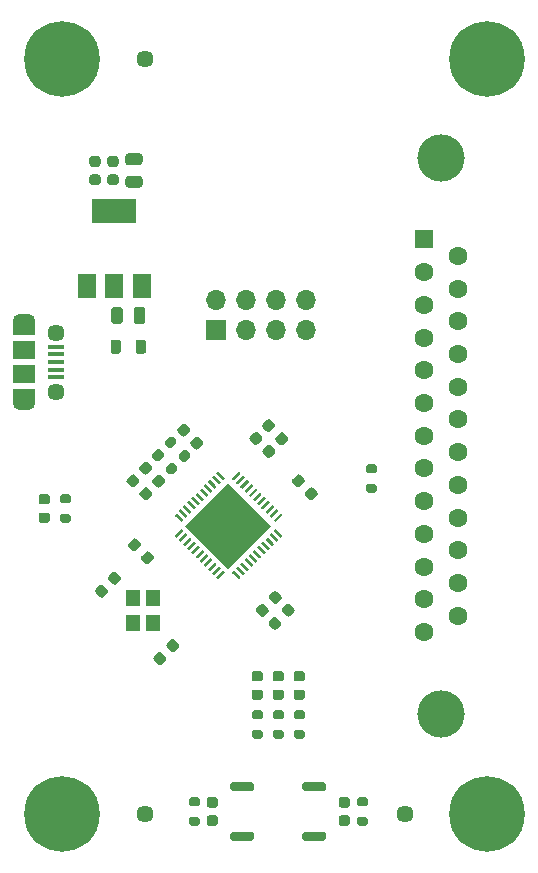
<source format=gbr>
%TF.GenerationSoftware,KiCad,Pcbnew,(5.1.9-0-10_14)*%
%TF.CreationDate,2021-01-03T22:16:06+10:00*%
%TF.ProjectId,OpenRetroPad,4f70656e-5265-4747-926f-5061642e6b69,rev?*%
%TF.SameCoordinates,Original*%
%TF.FileFunction,Soldermask,Top*%
%TF.FilePolarity,Negative*%
%FSLAX46Y46*%
G04 Gerber Fmt 4.6, Leading zero omitted, Abs format (unit mm)*
G04 Created by KiCad (PCBNEW (5.1.9-0-10_14)) date 2021-01-03 22:16:06*
%MOMM*%
%LPD*%
G01*
G04 APERTURE LIST*
%ADD10C,1.448000*%
%ADD11R,1.900000X1.200000*%
%ADD12O,1.900000X1.200000*%
%ADD13R,1.900000X1.500000*%
%ADD14C,1.450000*%
%ADD15R,1.350000X0.400000*%
%ADD16O,1.700000X1.700000*%
%ADD17R,1.700000X1.700000*%
%ADD18R,1.200000X1.400000*%
%ADD19C,0.100000*%
%ADD20C,0.800000*%
%ADD21C,6.400000*%
%ADD22R,3.800000X2.000000*%
%ADD23R,1.500000X2.000000*%
%ADD24C,4.000000*%
%ADD25C,1.600000*%
%ADD26R,1.600000X1.600000*%
G04 APERTURE END LIST*
D10*
%TO.C,FID3*%
X140760000Y-126230000D03*
%TD*%
%TO.C,FID2*%
X118760000Y-126230000D03*
%TD*%
%TO.C,FID1*%
X118760000Y-62230000D03*
%TD*%
%TO.C,R9*%
G36*
G01*
X112289000Y-99905000D02*
X111739000Y-99905000D01*
G75*
G02*
X111539000Y-99705000I0J200000D01*
G01*
X111539000Y-99305000D01*
G75*
G02*
X111739000Y-99105000I200000J0D01*
G01*
X112289000Y-99105000D01*
G75*
G02*
X112489000Y-99305000I0J-200000D01*
G01*
X112489000Y-99705000D01*
G75*
G02*
X112289000Y-99905000I-200000J0D01*
G01*
G37*
G36*
G01*
X112289000Y-101555000D02*
X111739000Y-101555000D01*
G75*
G02*
X111539000Y-101355000I0J200000D01*
G01*
X111539000Y-100955000D01*
G75*
G02*
X111739000Y-100755000I200000J0D01*
G01*
X112289000Y-100755000D01*
G75*
G02*
X112489000Y-100955000I0J-200000D01*
G01*
X112489000Y-101355000D01*
G75*
G02*
X112289000Y-101555000I-200000J0D01*
G01*
G37*
%TD*%
%TO.C,D4*%
G36*
G01*
X110492250Y-99980000D02*
X109979750Y-99980000D01*
G75*
G02*
X109761000Y-99761250I0J218750D01*
G01*
X109761000Y-99323750D01*
G75*
G02*
X109979750Y-99105000I218750J0D01*
G01*
X110492250Y-99105000D01*
G75*
G02*
X110711000Y-99323750I0J-218750D01*
G01*
X110711000Y-99761250D01*
G75*
G02*
X110492250Y-99980000I-218750J0D01*
G01*
G37*
G36*
G01*
X110492250Y-101555000D02*
X109979750Y-101555000D01*
G75*
G02*
X109761000Y-101336250I0J218750D01*
G01*
X109761000Y-100898750D01*
G75*
G02*
X109979750Y-100680000I218750J0D01*
G01*
X110492250Y-100680000D01*
G75*
G02*
X110711000Y-100898750I0J-218750D01*
G01*
X110711000Y-101336250D01*
G75*
G02*
X110492250Y-101555000I-218750J0D01*
G01*
G37*
%TD*%
%TO.C,R8*%
G36*
G01*
X130323000Y-118193000D02*
X129773000Y-118193000D01*
G75*
G02*
X129573000Y-117993000I0J200000D01*
G01*
X129573000Y-117593000D01*
G75*
G02*
X129773000Y-117393000I200000J0D01*
G01*
X130323000Y-117393000D01*
G75*
G02*
X130523000Y-117593000I0J-200000D01*
G01*
X130523000Y-117993000D01*
G75*
G02*
X130323000Y-118193000I-200000J0D01*
G01*
G37*
G36*
G01*
X130323000Y-119843000D02*
X129773000Y-119843000D01*
G75*
G02*
X129573000Y-119643000I0J200000D01*
G01*
X129573000Y-119243000D01*
G75*
G02*
X129773000Y-119043000I200000J0D01*
G01*
X130323000Y-119043000D01*
G75*
G02*
X130523000Y-119243000I0J-200000D01*
G01*
X130523000Y-119643000D01*
G75*
G02*
X130323000Y-119843000I-200000J0D01*
G01*
G37*
%TD*%
%TO.C,R7*%
G36*
G01*
X128545000Y-118193000D02*
X127995000Y-118193000D01*
G75*
G02*
X127795000Y-117993000I0J200000D01*
G01*
X127795000Y-117593000D01*
G75*
G02*
X127995000Y-117393000I200000J0D01*
G01*
X128545000Y-117393000D01*
G75*
G02*
X128745000Y-117593000I0J-200000D01*
G01*
X128745000Y-117993000D01*
G75*
G02*
X128545000Y-118193000I-200000J0D01*
G01*
G37*
G36*
G01*
X128545000Y-119843000D02*
X127995000Y-119843000D01*
G75*
G02*
X127795000Y-119643000I0J200000D01*
G01*
X127795000Y-119243000D01*
G75*
G02*
X127995000Y-119043000I200000J0D01*
G01*
X128545000Y-119043000D01*
G75*
G02*
X128745000Y-119243000I0J-200000D01*
G01*
X128745000Y-119643000D01*
G75*
G02*
X128545000Y-119843000I-200000J0D01*
G01*
G37*
%TD*%
%TO.C,D3*%
G36*
G01*
X129791750Y-115666000D02*
X130304250Y-115666000D01*
G75*
G02*
X130523000Y-115884750I0J-218750D01*
G01*
X130523000Y-116322250D01*
G75*
G02*
X130304250Y-116541000I-218750J0D01*
G01*
X129791750Y-116541000D01*
G75*
G02*
X129573000Y-116322250I0J218750D01*
G01*
X129573000Y-115884750D01*
G75*
G02*
X129791750Y-115666000I218750J0D01*
G01*
G37*
G36*
G01*
X129791750Y-114091000D02*
X130304250Y-114091000D01*
G75*
G02*
X130523000Y-114309750I0J-218750D01*
G01*
X130523000Y-114747250D01*
G75*
G02*
X130304250Y-114966000I-218750J0D01*
G01*
X129791750Y-114966000D01*
G75*
G02*
X129573000Y-114747250I0J218750D01*
G01*
X129573000Y-114309750D01*
G75*
G02*
X129791750Y-114091000I218750J0D01*
G01*
G37*
%TD*%
%TO.C,D2*%
G36*
G01*
X128013750Y-115666000D02*
X128526250Y-115666000D01*
G75*
G02*
X128745000Y-115884750I0J-218750D01*
G01*
X128745000Y-116322250D01*
G75*
G02*
X128526250Y-116541000I-218750J0D01*
G01*
X128013750Y-116541000D01*
G75*
G02*
X127795000Y-116322250I0J218750D01*
G01*
X127795000Y-115884750D01*
G75*
G02*
X128013750Y-115666000I218750J0D01*
G01*
G37*
G36*
G01*
X128013750Y-114091000D02*
X128526250Y-114091000D01*
G75*
G02*
X128745000Y-114309750I0J-218750D01*
G01*
X128745000Y-114747250D01*
G75*
G02*
X128526250Y-114966000I-218750J0D01*
G01*
X128013750Y-114966000D01*
G75*
G02*
X127795000Y-114747250I0J218750D01*
G01*
X127795000Y-114309750D01*
G75*
G02*
X128013750Y-114091000I218750J0D01*
G01*
G37*
%TD*%
%TO.C,SW1*%
G36*
G01*
X132296000Y-123484000D02*
X133896000Y-123484000D01*
G75*
G02*
X134096000Y-123684000I0J-200000D01*
G01*
X134096000Y-124084000D01*
G75*
G02*
X133896000Y-124284000I-200000J0D01*
G01*
X132296000Y-124284000D01*
G75*
G02*
X132096000Y-124084000I0J200000D01*
G01*
X132096000Y-123684000D01*
G75*
G02*
X132296000Y-123484000I200000J0D01*
G01*
G37*
G36*
G01*
X132296000Y-127684000D02*
X133896000Y-127684000D01*
G75*
G02*
X134096000Y-127884000I0J-200000D01*
G01*
X134096000Y-128284000D01*
G75*
G02*
X133896000Y-128484000I-200000J0D01*
G01*
X132296000Y-128484000D01*
G75*
G02*
X132096000Y-128284000I0J200000D01*
G01*
X132096000Y-127884000D01*
G75*
G02*
X132296000Y-127684000I200000J0D01*
G01*
G37*
%TD*%
%TO.C,SW2*%
G36*
G01*
X126200000Y-123484000D02*
X127800000Y-123484000D01*
G75*
G02*
X128000000Y-123684000I0J-200000D01*
G01*
X128000000Y-124084000D01*
G75*
G02*
X127800000Y-124284000I-200000J0D01*
G01*
X126200000Y-124284000D01*
G75*
G02*
X126000000Y-124084000I0J200000D01*
G01*
X126000000Y-123684000D01*
G75*
G02*
X126200000Y-123484000I200000J0D01*
G01*
G37*
G36*
G01*
X126200000Y-127684000D02*
X127800000Y-127684000D01*
G75*
G02*
X128000000Y-127884000I0J-200000D01*
G01*
X128000000Y-128284000D01*
G75*
G02*
X127800000Y-128484000I-200000J0D01*
G01*
X126200000Y-128484000D01*
G75*
G02*
X126000000Y-128284000I0J200000D01*
G01*
X126000000Y-127884000D01*
G75*
G02*
X126200000Y-127684000I200000J0D01*
G01*
G37*
%TD*%
D11*
%TO.C,J1*%
X108522500Y-85030000D03*
X108522500Y-90830000D03*
D12*
X108522500Y-91430000D03*
X108522500Y-84430000D03*
D13*
X108522500Y-86930000D03*
D14*
X111222500Y-90430000D03*
D15*
X111222500Y-87930000D03*
X111222500Y-88580000D03*
X111222500Y-89230000D03*
X111222500Y-86630000D03*
X111222500Y-87280000D03*
D14*
X111222500Y-85430000D03*
D13*
X108522500Y-88930000D03*
%TD*%
D16*
%TO.C,J2*%
X132380000Y-82690000D03*
X129840000Y-82690000D03*
X127300000Y-82690000D03*
X124760000Y-82690000D03*
X132380000Y-85230000D03*
X129840000Y-85230000D03*
X127300000Y-85230000D03*
D17*
X124760000Y-85230000D03*
%TD*%
D18*
%TO.C,Y1*%
X117768000Y-110066000D03*
X117768000Y-107866000D03*
X119468000Y-107866000D03*
X119468000Y-110066000D03*
%TD*%
%TO.C,R6*%
G36*
G01*
X138197000Y-97365000D02*
X137647000Y-97365000D01*
G75*
G02*
X137447000Y-97165000I0J200000D01*
G01*
X137447000Y-96765000D01*
G75*
G02*
X137647000Y-96565000I200000J0D01*
G01*
X138197000Y-96565000D01*
G75*
G02*
X138397000Y-96765000I0J-200000D01*
G01*
X138397000Y-97165000D01*
G75*
G02*
X138197000Y-97365000I-200000J0D01*
G01*
G37*
G36*
G01*
X138197000Y-99015000D02*
X137647000Y-99015000D01*
G75*
G02*
X137447000Y-98815000I0J200000D01*
G01*
X137447000Y-98415000D01*
G75*
G02*
X137647000Y-98215000I200000J0D01*
G01*
X138197000Y-98215000D01*
G75*
G02*
X138397000Y-98415000I0J-200000D01*
G01*
X138397000Y-98815000D01*
G75*
G02*
X138197000Y-99015000I-200000J0D01*
G01*
G37*
%TD*%
D19*
%TO.C,U2*%
G36*
X122190854Y-101775666D02*
G01*
X125832454Y-98134066D01*
X129474054Y-101775666D01*
X125832454Y-105417266D01*
X122190854Y-101775666D01*
G37*
G36*
G01*
X126141814Y-97753996D02*
X126672144Y-97223666D01*
G75*
G02*
X126760532Y-97223666I44194J-44194D01*
G01*
X126848920Y-97312054D01*
G75*
G02*
X126848920Y-97400442I-44194J-44194D01*
G01*
X126318590Y-97930772D01*
G75*
G02*
X126230202Y-97930772I-44194J44194D01*
G01*
X126141814Y-97842384D01*
G75*
G02*
X126141814Y-97753996I44194J44194D01*
G01*
G37*
G36*
G01*
X126495367Y-98107550D02*
X127025697Y-97577220D01*
G75*
G02*
X127114085Y-97577220I44194J-44194D01*
G01*
X127202473Y-97665608D01*
G75*
G02*
X127202473Y-97753996I-44194J-44194D01*
G01*
X126672143Y-98284326D01*
G75*
G02*
X126583755Y-98284326I-44194J44194D01*
G01*
X126495367Y-98195938D01*
G75*
G02*
X126495367Y-98107550I44194J44194D01*
G01*
G37*
G36*
G01*
X126848920Y-98461103D02*
X127379250Y-97930773D01*
G75*
G02*
X127467638Y-97930773I44194J-44194D01*
G01*
X127556026Y-98019161D01*
G75*
G02*
X127556026Y-98107549I-44194J-44194D01*
G01*
X127025696Y-98637879D01*
G75*
G02*
X126937308Y-98637879I-44194J44194D01*
G01*
X126848920Y-98549491D01*
G75*
G02*
X126848920Y-98461103I44194J44194D01*
G01*
G37*
G36*
G01*
X127202474Y-98814657D02*
X127732804Y-98284327D01*
G75*
G02*
X127821192Y-98284327I44194J-44194D01*
G01*
X127909580Y-98372715D01*
G75*
G02*
X127909580Y-98461103I-44194J-44194D01*
G01*
X127379250Y-98991433D01*
G75*
G02*
X127290862Y-98991433I-44194J44194D01*
G01*
X127202474Y-98903045D01*
G75*
G02*
X127202474Y-98814657I44194J44194D01*
G01*
G37*
G36*
G01*
X127556027Y-99168210D02*
X128086357Y-98637880D01*
G75*
G02*
X128174745Y-98637880I44194J-44194D01*
G01*
X128263133Y-98726268D01*
G75*
G02*
X128263133Y-98814656I-44194J-44194D01*
G01*
X127732803Y-99344986D01*
G75*
G02*
X127644415Y-99344986I-44194J44194D01*
G01*
X127556027Y-99256598D01*
G75*
G02*
X127556027Y-99168210I44194J44194D01*
G01*
G37*
G36*
G01*
X127909581Y-99521763D02*
X128439911Y-98991433D01*
G75*
G02*
X128528299Y-98991433I44194J-44194D01*
G01*
X128616687Y-99079821D01*
G75*
G02*
X128616687Y-99168209I-44194J-44194D01*
G01*
X128086357Y-99698539D01*
G75*
G02*
X127997969Y-99698539I-44194J44194D01*
G01*
X127909581Y-99610151D01*
G75*
G02*
X127909581Y-99521763I44194J44194D01*
G01*
G37*
G36*
G01*
X128263134Y-99875317D02*
X128793464Y-99344987D01*
G75*
G02*
X128881852Y-99344987I44194J-44194D01*
G01*
X128970240Y-99433375D01*
G75*
G02*
X128970240Y-99521763I-44194J-44194D01*
G01*
X128439910Y-100052093D01*
G75*
G02*
X128351522Y-100052093I-44194J44194D01*
G01*
X128263134Y-99963705D01*
G75*
G02*
X128263134Y-99875317I44194J44194D01*
G01*
G37*
G36*
G01*
X128616687Y-100228870D02*
X129147017Y-99698540D01*
G75*
G02*
X129235405Y-99698540I44194J-44194D01*
G01*
X129323793Y-99786928D01*
G75*
G02*
X129323793Y-99875316I-44194J-44194D01*
G01*
X128793463Y-100405646D01*
G75*
G02*
X128705075Y-100405646I-44194J44194D01*
G01*
X128616687Y-100317258D01*
G75*
G02*
X128616687Y-100228870I44194J44194D01*
G01*
G37*
G36*
G01*
X128970241Y-100582424D02*
X129500571Y-100052094D01*
G75*
G02*
X129588959Y-100052094I44194J-44194D01*
G01*
X129677347Y-100140482D01*
G75*
G02*
X129677347Y-100228870I-44194J-44194D01*
G01*
X129147017Y-100759200D01*
G75*
G02*
X129058629Y-100759200I-44194J44194D01*
G01*
X128970241Y-100670812D01*
G75*
G02*
X128970241Y-100582424I44194J44194D01*
G01*
G37*
G36*
G01*
X129323794Y-100935977D02*
X129854124Y-100405647D01*
G75*
G02*
X129942512Y-100405647I44194J-44194D01*
G01*
X130030900Y-100494035D01*
G75*
G02*
X130030900Y-100582423I-44194J-44194D01*
G01*
X129500570Y-101112753D01*
G75*
G02*
X129412182Y-101112753I-44194J44194D01*
G01*
X129323794Y-101024365D01*
G75*
G02*
X129323794Y-100935977I44194J44194D01*
G01*
G37*
G36*
G01*
X129677348Y-101289530D02*
X130207678Y-100759200D01*
G75*
G02*
X130296066Y-100759200I44194J-44194D01*
G01*
X130384454Y-100847588D01*
G75*
G02*
X130384454Y-100935976I-44194J-44194D01*
G01*
X129854124Y-101466306D01*
G75*
G02*
X129765736Y-101466306I-44194J44194D01*
G01*
X129677348Y-101377918D01*
G75*
G02*
X129677348Y-101289530I44194J44194D01*
G01*
G37*
G36*
G01*
X129677348Y-102173414D02*
X129765736Y-102085026D01*
G75*
G02*
X129854124Y-102085026I44194J-44194D01*
G01*
X130384454Y-102615356D01*
G75*
G02*
X130384454Y-102703744I-44194J-44194D01*
G01*
X130296066Y-102792132D01*
G75*
G02*
X130207678Y-102792132I-44194J44194D01*
G01*
X129677348Y-102261802D01*
G75*
G02*
X129677348Y-102173414I44194J44194D01*
G01*
G37*
G36*
G01*
X129323794Y-102526967D02*
X129412182Y-102438579D01*
G75*
G02*
X129500570Y-102438579I44194J-44194D01*
G01*
X130030900Y-102968909D01*
G75*
G02*
X130030900Y-103057297I-44194J-44194D01*
G01*
X129942512Y-103145685D01*
G75*
G02*
X129854124Y-103145685I-44194J44194D01*
G01*
X129323794Y-102615355D01*
G75*
G02*
X129323794Y-102526967I44194J44194D01*
G01*
G37*
G36*
G01*
X128970241Y-102880520D02*
X129058629Y-102792132D01*
G75*
G02*
X129147017Y-102792132I44194J-44194D01*
G01*
X129677347Y-103322462D01*
G75*
G02*
X129677347Y-103410850I-44194J-44194D01*
G01*
X129588959Y-103499238D01*
G75*
G02*
X129500571Y-103499238I-44194J44194D01*
G01*
X128970241Y-102968908D01*
G75*
G02*
X128970241Y-102880520I44194J44194D01*
G01*
G37*
G36*
G01*
X128616687Y-103234074D02*
X128705075Y-103145686D01*
G75*
G02*
X128793463Y-103145686I44194J-44194D01*
G01*
X129323793Y-103676016D01*
G75*
G02*
X129323793Y-103764404I-44194J-44194D01*
G01*
X129235405Y-103852792D01*
G75*
G02*
X129147017Y-103852792I-44194J44194D01*
G01*
X128616687Y-103322462D01*
G75*
G02*
X128616687Y-103234074I44194J44194D01*
G01*
G37*
G36*
G01*
X128263134Y-103587627D02*
X128351522Y-103499239D01*
G75*
G02*
X128439910Y-103499239I44194J-44194D01*
G01*
X128970240Y-104029569D01*
G75*
G02*
X128970240Y-104117957I-44194J-44194D01*
G01*
X128881852Y-104206345D01*
G75*
G02*
X128793464Y-104206345I-44194J44194D01*
G01*
X128263134Y-103676015D01*
G75*
G02*
X128263134Y-103587627I44194J44194D01*
G01*
G37*
G36*
G01*
X127909581Y-103941181D02*
X127997969Y-103852793D01*
G75*
G02*
X128086357Y-103852793I44194J-44194D01*
G01*
X128616687Y-104383123D01*
G75*
G02*
X128616687Y-104471511I-44194J-44194D01*
G01*
X128528299Y-104559899D01*
G75*
G02*
X128439911Y-104559899I-44194J44194D01*
G01*
X127909581Y-104029569D01*
G75*
G02*
X127909581Y-103941181I44194J44194D01*
G01*
G37*
G36*
G01*
X127556027Y-104294734D02*
X127644415Y-104206346D01*
G75*
G02*
X127732803Y-104206346I44194J-44194D01*
G01*
X128263133Y-104736676D01*
G75*
G02*
X128263133Y-104825064I-44194J-44194D01*
G01*
X128174745Y-104913452D01*
G75*
G02*
X128086357Y-104913452I-44194J44194D01*
G01*
X127556027Y-104383122D01*
G75*
G02*
X127556027Y-104294734I44194J44194D01*
G01*
G37*
G36*
G01*
X127202474Y-104648287D02*
X127290862Y-104559899D01*
G75*
G02*
X127379250Y-104559899I44194J-44194D01*
G01*
X127909580Y-105090229D01*
G75*
G02*
X127909580Y-105178617I-44194J-44194D01*
G01*
X127821192Y-105267005D01*
G75*
G02*
X127732804Y-105267005I-44194J44194D01*
G01*
X127202474Y-104736675D01*
G75*
G02*
X127202474Y-104648287I44194J44194D01*
G01*
G37*
G36*
G01*
X126848920Y-105001841D02*
X126937308Y-104913453D01*
G75*
G02*
X127025696Y-104913453I44194J-44194D01*
G01*
X127556026Y-105443783D01*
G75*
G02*
X127556026Y-105532171I-44194J-44194D01*
G01*
X127467638Y-105620559D01*
G75*
G02*
X127379250Y-105620559I-44194J44194D01*
G01*
X126848920Y-105090229D01*
G75*
G02*
X126848920Y-105001841I44194J44194D01*
G01*
G37*
G36*
G01*
X126495367Y-105355394D02*
X126583755Y-105267006D01*
G75*
G02*
X126672143Y-105267006I44194J-44194D01*
G01*
X127202473Y-105797336D01*
G75*
G02*
X127202473Y-105885724I-44194J-44194D01*
G01*
X127114085Y-105974112D01*
G75*
G02*
X127025697Y-105974112I-44194J44194D01*
G01*
X126495367Y-105443782D01*
G75*
G02*
X126495367Y-105355394I44194J44194D01*
G01*
G37*
G36*
G01*
X126141814Y-105708948D02*
X126230202Y-105620560D01*
G75*
G02*
X126318590Y-105620560I44194J-44194D01*
G01*
X126848920Y-106150890D01*
G75*
G02*
X126848920Y-106239278I-44194J-44194D01*
G01*
X126760532Y-106327666D01*
G75*
G02*
X126672144Y-106327666I-44194J44194D01*
G01*
X126141814Y-105797336D01*
G75*
G02*
X126141814Y-105708948I44194J44194D01*
G01*
G37*
G36*
G01*
X124815988Y-106150890D02*
X125346318Y-105620560D01*
G75*
G02*
X125434706Y-105620560I44194J-44194D01*
G01*
X125523094Y-105708948D01*
G75*
G02*
X125523094Y-105797336I-44194J-44194D01*
G01*
X124992764Y-106327666D01*
G75*
G02*
X124904376Y-106327666I-44194J44194D01*
G01*
X124815988Y-106239278D01*
G75*
G02*
X124815988Y-106150890I44194J44194D01*
G01*
G37*
G36*
G01*
X124462435Y-105797336D02*
X124992765Y-105267006D01*
G75*
G02*
X125081153Y-105267006I44194J-44194D01*
G01*
X125169541Y-105355394D01*
G75*
G02*
X125169541Y-105443782I-44194J-44194D01*
G01*
X124639211Y-105974112D01*
G75*
G02*
X124550823Y-105974112I-44194J44194D01*
G01*
X124462435Y-105885724D01*
G75*
G02*
X124462435Y-105797336I44194J44194D01*
G01*
G37*
G36*
G01*
X124108882Y-105443783D02*
X124639212Y-104913453D01*
G75*
G02*
X124727600Y-104913453I44194J-44194D01*
G01*
X124815988Y-105001841D01*
G75*
G02*
X124815988Y-105090229I-44194J-44194D01*
G01*
X124285658Y-105620559D01*
G75*
G02*
X124197270Y-105620559I-44194J44194D01*
G01*
X124108882Y-105532171D01*
G75*
G02*
X124108882Y-105443783I44194J44194D01*
G01*
G37*
G36*
G01*
X123755328Y-105090229D02*
X124285658Y-104559899D01*
G75*
G02*
X124374046Y-104559899I44194J-44194D01*
G01*
X124462434Y-104648287D01*
G75*
G02*
X124462434Y-104736675I-44194J-44194D01*
G01*
X123932104Y-105267005D01*
G75*
G02*
X123843716Y-105267005I-44194J44194D01*
G01*
X123755328Y-105178617D01*
G75*
G02*
X123755328Y-105090229I44194J44194D01*
G01*
G37*
G36*
G01*
X123401775Y-104736676D02*
X123932105Y-104206346D01*
G75*
G02*
X124020493Y-104206346I44194J-44194D01*
G01*
X124108881Y-104294734D01*
G75*
G02*
X124108881Y-104383122I-44194J-44194D01*
G01*
X123578551Y-104913452D01*
G75*
G02*
X123490163Y-104913452I-44194J44194D01*
G01*
X123401775Y-104825064D01*
G75*
G02*
X123401775Y-104736676I44194J44194D01*
G01*
G37*
G36*
G01*
X123048221Y-104383123D02*
X123578551Y-103852793D01*
G75*
G02*
X123666939Y-103852793I44194J-44194D01*
G01*
X123755327Y-103941181D01*
G75*
G02*
X123755327Y-104029569I-44194J-44194D01*
G01*
X123224997Y-104559899D01*
G75*
G02*
X123136609Y-104559899I-44194J44194D01*
G01*
X123048221Y-104471511D01*
G75*
G02*
X123048221Y-104383123I44194J44194D01*
G01*
G37*
G36*
G01*
X122694668Y-104029569D02*
X123224998Y-103499239D01*
G75*
G02*
X123313386Y-103499239I44194J-44194D01*
G01*
X123401774Y-103587627D01*
G75*
G02*
X123401774Y-103676015I-44194J-44194D01*
G01*
X122871444Y-104206345D01*
G75*
G02*
X122783056Y-104206345I-44194J44194D01*
G01*
X122694668Y-104117957D01*
G75*
G02*
X122694668Y-104029569I44194J44194D01*
G01*
G37*
G36*
G01*
X122341115Y-103676016D02*
X122871445Y-103145686D01*
G75*
G02*
X122959833Y-103145686I44194J-44194D01*
G01*
X123048221Y-103234074D01*
G75*
G02*
X123048221Y-103322462I-44194J-44194D01*
G01*
X122517891Y-103852792D01*
G75*
G02*
X122429503Y-103852792I-44194J44194D01*
G01*
X122341115Y-103764404D01*
G75*
G02*
X122341115Y-103676016I44194J44194D01*
G01*
G37*
G36*
G01*
X121987561Y-103322462D02*
X122517891Y-102792132D01*
G75*
G02*
X122606279Y-102792132I44194J-44194D01*
G01*
X122694667Y-102880520D01*
G75*
G02*
X122694667Y-102968908I-44194J-44194D01*
G01*
X122164337Y-103499238D01*
G75*
G02*
X122075949Y-103499238I-44194J44194D01*
G01*
X121987561Y-103410850D01*
G75*
G02*
X121987561Y-103322462I44194J44194D01*
G01*
G37*
G36*
G01*
X121634008Y-102968909D02*
X122164338Y-102438579D01*
G75*
G02*
X122252726Y-102438579I44194J-44194D01*
G01*
X122341114Y-102526967D01*
G75*
G02*
X122341114Y-102615355I-44194J-44194D01*
G01*
X121810784Y-103145685D01*
G75*
G02*
X121722396Y-103145685I-44194J44194D01*
G01*
X121634008Y-103057297D01*
G75*
G02*
X121634008Y-102968909I44194J44194D01*
G01*
G37*
G36*
G01*
X121280454Y-102615356D02*
X121810784Y-102085026D01*
G75*
G02*
X121899172Y-102085026I44194J-44194D01*
G01*
X121987560Y-102173414D01*
G75*
G02*
X121987560Y-102261802I-44194J-44194D01*
G01*
X121457230Y-102792132D01*
G75*
G02*
X121368842Y-102792132I-44194J44194D01*
G01*
X121280454Y-102703744D01*
G75*
G02*
X121280454Y-102615356I44194J44194D01*
G01*
G37*
G36*
G01*
X121280454Y-100847588D02*
X121368842Y-100759200D01*
G75*
G02*
X121457230Y-100759200I44194J-44194D01*
G01*
X121987560Y-101289530D01*
G75*
G02*
X121987560Y-101377918I-44194J-44194D01*
G01*
X121899172Y-101466306D01*
G75*
G02*
X121810784Y-101466306I-44194J44194D01*
G01*
X121280454Y-100935976D01*
G75*
G02*
X121280454Y-100847588I44194J44194D01*
G01*
G37*
G36*
G01*
X121634008Y-100494035D02*
X121722396Y-100405647D01*
G75*
G02*
X121810784Y-100405647I44194J-44194D01*
G01*
X122341114Y-100935977D01*
G75*
G02*
X122341114Y-101024365I-44194J-44194D01*
G01*
X122252726Y-101112753D01*
G75*
G02*
X122164338Y-101112753I-44194J44194D01*
G01*
X121634008Y-100582423D01*
G75*
G02*
X121634008Y-100494035I44194J44194D01*
G01*
G37*
G36*
G01*
X121987561Y-100140482D02*
X122075949Y-100052094D01*
G75*
G02*
X122164337Y-100052094I44194J-44194D01*
G01*
X122694667Y-100582424D01*
G75*
G02*
X122694667Y-100670812I-44194J-44194D01*
G01*
X122606279Y-100759200D01*
G75*
G02*
X122517891Y-100759200I-44194J44194D01*
G01*
X121987561Y-100228870D01*
G75*
G02*
X121987561Y-100140482I44194J44194D01*
G01*
G37*
G36*
G01*
X122341115Y-99786928D02*
X122429503Y-99698540D01*
G75*
G02*
X122517891Y-99698540I44194J-44194D01*
G01*
X123048221Y-100228870D01*
G75*
G02*
X123048221Y-100317258I-44194J-44194D01*
G01*
X122959833Y-100405646D01*
G75*
G02*
X122871445Y-100405646I-44194J44194D01*
G01*
X122341115Y-99875316D01*
G75*
G02*
X122341115Y-99786928I44194J44194D01*
G01*
G37*
G36*
G01*
X122694668Y-99433375D02*
X122783056Y-99344987D01*
G75*
G02*
X122871444Y-99344987I44194J-44194D01*
G01*
X123401774Y-99875317D01*
G75*
G02*
X123401774Y-99963705I-44194J-44194D01*
G01*
X123313386Y-100052093D01*
G75*
G02*
X123224998Y-100052093I-44194J44194D01*
G01*
X122694668Y-99521763D01*
G75*
G02*
X122694668Y-99433375I44194J44194D01*
G01*
G37*
G36*
G01*
X123048221Y-99079821D02*
X123136609Y-98991433D01*
G75*
G02*
X123224997Y-98991433I44194J-44194D01*
G01*
X123755327Y-99521763D01*
G75*
G02*
X123755327Y-99610151I-44194J-44194D01*
G01*
X123666939Y-99698539D01*
G75*
G02*
X123578551Y-99698539I-44194J44194D01*
G01*
X123048221Y-99168209D01*
G75*
G02*
X123048221Y-99079821I44194J44194D01*
G01*
G37*
G36*
G01*
X123401775Y-98726268D02*
X123490163Y-98637880D01*
G75*
G02*
X123578551Y-98637880I44194J-44194D01*
G01*
X124108881Y-99168210D01*
G75*
G02*
X124108881Y-99256598I-44194J-44194D01*
G01*
X124020493Y-99344986D01*
G75*
G02*
X123932105Y-99344986I-44194J44194D01*
G01*
X123401775Y-98814656D01*
G75*
G02*
X123401775Y-98726268I44194J44194D01*
G01*
G37*
G36*
G01*
X123755328Y-98372715D02*
X123843716Y-98284327D01*
G75*
G02*
X123932104Y-98284327I44194J-44194D01*
G01*
X124462434Y-98814657D01*
G75*
G02*
X124462434Y-98903045I-44194J-44194D01*
G01*
X124374046Y-98991433D01*
G75*
G02*
X124285658Y-98991433I-44194J44194D01*
G01*
X123755328Y-98461103D01*
G75*
G02*
X123755328Y-98372715I44194J44194D01*
G01*
G37*
G36*
G01*
X124108882Y-98019161D02*
X124197270Y-97930773D01*
G75*
G02*
X124285658Y-97930773I44194J-44194D01*
G01*
X124815988Y-98461103D01*
G75*
G02*
X124815988Y-98549491I-44194J-44194D01*
G01*
X124727600Y-98637879D01*
G75*
G02*
X124639212Y-98637879I-44194J44194D01*
G01*
X124108882Y-98107549D01*
G75*
G02*
X124108882Y-98019161I44194J44194D01*
G01*
G37*
G36*
G01*
X124462435Y-97665608D02*
X124550823Y-97577220D01*
G75*
G02*
X124639211Y-97577220I44194J-44194D01*
G01*
X125169541Y-98107550D01*
G75*
G02*
X125169541Y-98195938I-44194J-44194D01*
G01*
X125081153Y-98284326D01*
G75*
G02*
X124992765Y-98284326I-44194J44194D01*
G01*
X124462435Y-97753996D01*
G75*
G02*
X124462435Y-97665608I44194J44194D01*
G01*
G37*
G36*
G01*
X124815988Y-97312054D02*
X124904376Y-97223666D01*
G75*
G02*
X124992764Y-97223666I44194J-44194D01*
G01*
X125523094Y-97753996D01*
G75*
G02*
X125523094Y-97842384I-44194J-44194D01*
G01*
X125434706Y-97930772D01*
G75*
G02*
X125346318Y-97930772I-44194J44194D01*
G01*
X124815988Y-97400442D01*
G75*
G02*
X124815988Y-97312054I44194J44194D01*
G01*
G37*
%TD*%
D20*
%TO.C,H4*%
X149457056Y-124532944D03*
X147760000Y-123830000D03*
X146062944Y-124532944D03*
X145360000Y-126230000D03*
X146062944Y-127927056D03*
X147760000Y-128630000D03*
X149457056Y-127927056D03*
X150160000Y-126230000D03*
D21*
X147760000Y-126230000D03*
%TD*%
D20*
%TO.C,H3*%
X113457056Y-124532944D03*
X111760000Y-123830000D03*
X110062944Y-124532944D03*
X109360000Y-126230000D03*
X110062944Y-127927056D03*
X111760000Y-128630000D03*
X113457056Y-127927056D03*
X114160000Y-126230000D03*
D21*
X111760000Y-126230000D03*
%TD*%
D20*
%TO.C,H2*%
X149457056Y-60532944D03*
X147760000Y-59830000D03*
X146062944Y-60532944D03*
X145360000Y-62230000D03*
X146062944Y-63927056D03*
X147760000Y-64630000D03*
X149457056Y-63927056D03*
X150160000Y-62230000D03*
D21*
X147760000Y-62230000D03*
%TD*%
D20*
%TO.C,H1*%
X113457056Y-60532944D03*
X111760000Y-59830000D03*
X110062944Y-60532944D03*
X109360000Y-62230000D03*
X110062944Y-63927056D03*
X111760000Y-64630000D03*
X113457056Y-63927056D03*
X114160000Y-62230000D03*
D21*
X111760000Y-62230000D03*
%TD*%
%TO.C,R3*%
G36*
G01*
X132101000Y-118193000D02*
X131551000Y-118193000D01*
G75*
G02*
X131351000Y-117993000I0J200000D01*
G01*
X131351000Y-117593000D01*
G75*
G02*
X131551000Y-117393000I200000J0D01*
G01*
X132101000Y-117393000D01*
G75*
G02*
X132301000Y-117593000I0J-200000D01*
G01*
X132301000Y-117993000D01*
G75*
G02*
X132101000Y-118193000I-200000J0D01*
G01*
G37*
G36*
G01*
X132101000Y-119843000D02*
X131551000Y-119843000D01*
G75*
G02*
X131351000Y-119643000I0J200000D01*
G01*
X131351000Y-119243000D01*
G75*
G02*
X131551000Y-119043000I200000J0D01*
G01*
X132101000Y-119043000D01*
G75*
G02*
X132301000Y-119243000I0J-200000D01*
G01*
X132301000Y-119643000D01*
G75*
G02*
X132101000Y-119843000I-200000J0D01*
G01*
G37*
%TD*%
%TO.C,D1*%
G36*
G01*
X132082250Y-114966000D02*
X131569750Y-114966000D01*
G75*
G02*
X131351000Y-114747250I0J218750D01*
G01*
X131351000Y-114309750D01*
G75*
G02*
X131569750Y-114091000I218750J0D01*
G01*
X132082250Y-114091000D01*
G75*
G02*
X132301000Y-114309750I0J-218750D01*
G01*
X132301000Y-114747250D01*
G75*
G02*
X132082250Y-114966000I-218750J0D01*
G01*
G37*
G36*
G01*
X132082250Y-116541000D02*
X131569750Y-116541000D01*
G75*
G02*
X131351000Y-116322250I0J218750D01*
G01*
X131351000Y-115884750D01*
G75*
G02*
X131569750Y-115666000I218750J0D01*
G01*
X132082250Y-115666000D01*
G75*
G02*
X132301000Y-115884750I0J-218750D01*
G01*
X132301000Y-116322250D01*
G75*
G02*
X132082250Y-116541000I-218750J0D01*
G01*
G37*
%TD*%
%TO.C,FB1*%
G36*
G01*
X116723000Y-86260750D02*
X116723000Y-87023250D01*
G75*
G02*
X116504250Y-87242000I-218750J0D01*
G01*
X116066750Y-87242000D01*
G75*
G02*
X115848000Y-87023250I0J218750D01*
G01*
X115848000Y-86260750D01*
G75*
G02*
X116066750Y-86042000I218750J0D01*
G01*
X116504250Y-86042000D01*
G75*
G02*
X116723000Y-86260750I0J-218750D01*
G01*
G37*
G36*
G01*
X118848000Y-86260750D02*
X118848000Y-87023250D01*
G75*
G02*
X118629250Y-87242000I-218750J0D01*
G01*
X118191750Y-87242000D01*
G75*
G02*
X117973000Y-87023250I0J218750D01*
G01*
X117973000Y-86260750D01*
G75*
G02*
X118191750Y-86042000I218750J0D01*
G01*
X118629250Y-86042000D01*
G75*
G02*
X118848000Y-86260750I0J-218750D01*
G01*
G37*
%TD*%
%TO.C,C4*%
G36*
G01*
X117355000Y-70270000D02*
X118305000Y-70270000D01*
G75*
G02*
X118555000Y-70520000I0J-250000D01*
G01*
X118555000Y-71020000D01*
G75*
G02*
X118305000Y-71270000I-250000J0D01*
G01*
X117355000Y-71270000D01*
G75*
G02*
X117105000Y-71020000I0J250000D01*
G01*
X117105000Y-70520000D01*
G75*
G02*
X117355000Y-70270000I250000J0D01*
G01*
G37*
G36*
G01*
X117355000Y-72170000D02*
X118305000Y-72170000D01*
G75*
G02*
X118555000Y-72420000I0J-250000D01*
G01*
X118555000Y-72920000D01*
G75*
G02*
X118305000Y-73170000I-250000J0D01*
G01*
X117355000Y-73170000D01*
G75*
G02*
X117105000Y-72920000I0J250000D01*
G01*
X117105000Y-72420000D01*
G75*
G02*
X117355000Y-72170000I250000J0D01*
G01*
G37*
%TD*%
%TO.C,C1*%
G36*
G01*
X115898000Y-84459000D02*
X115898000Y-83509000D01*
G75*
G02*
X116148000Y-83259000I250000J0D01*
G01*
X116648000Y-83259000D01*
G75*
G02*
X116898000Y-83509000I0J-250000D01*
G01*
X116898000Y-84459000D01*
G75*
G02*
X116648000Y-84709000I-250000J0D01*
G01*
X116148000Y-84709000D01*
G75*
G02*
X115898000Y-84459000I0J250000D01*
G01*
G37*
G36*
G01*
X117798000Y-84459000D02*
X117798000Y-83509000D01*
G75*
G02*
X118048000Y-83259000I250000J0D01*
G01*
X118548000Y-83259000D01*
G75*
G02*
X118798000Y-83509000I0J-250000D01*
G01*
X118798000Y-84459000D01*
G75*
G02*
X118548000Y-84709000I-250000J0D01*
G01*
X118048000Y-84709000D01*
G75*
G02*
X117798000Y-84459000I0J250000D01*
G01*
G37*
%TD*%
%TO.C,R2*%
G36*
G01*
X120338234Y-95892538D02*
X119949325Y-96281447D01*
G75*
G02*
X119666483Y-96281447I-141421J141421D01*
G01*
X119383640Y-95998604D01*
G75*
G02*
X119383640Y-95715762I141421J141421D01*
G01*
X119772549Y-95326853D01*
G75*
G02*
X120055391Y-95326853I141421J-141421D01*
G01*
X120338234Y-95609696D01*
G75*
G02*
X120338234Y-95892538I-141421J-141421D01*
G01*
G37*
G36*
G01*
X121504960Y-97059264D02*
X121116051Y-97448173D01*
G75*
G02*
X120833209Y-97448173I-141421J141421D01*
G01*
X120550366Y-97165330D01*
G75*
G02*
X120550366Y-96882488I141421J141421D01*
G01*
X120939275Y-96493579D01*
G75*
G02*
X121222117Y-96493579I141421J-141421D01*
G01*
X121504960Y-96776422D01*
G75*
G02*
X121504960Y-97059264I-141421J-141421D01*
G01*
G37*
%TD*%
%TO.C,R1*%
G36*
G01*
X121415865Y-94814907D02*
X121026956Y-95203816D01*
G75*
G02*
X120744114Y-95203816I-141421J141421D01*
G01*
X120461271Y-94920973D01*
G75*
G02*
X120461271Y-94638131I141421J141421D01*
G01*
X120850180Y-94249222D01*
G75*
G02*
X121133022Y-94249222I141421J-141421D01*
G01*
X121415865Y-94532065D01*
G75*
G02*
X121415865Y-94814907I-141421J-141421D01*
G01*
G37*
G36*
G01*
X122582591Y-95981633D02*
X122193682Y-96370542D01*
G75*
G02*
X121910840Y-96370542I-141421J141421D01*
G01*
X121627997Y-96087699D01*
G75*
G02*
X121627997Y-95804857I141421J141421D01*
G01*
X122016906Y-95415948D01*
G75*
G02*
X122299748Y-95415948I141421J-141421D01*
G01*
X122582591Y-95698791D01*
G75*
G02*
X122582591Y-95981633I-141421J-141421D01*
G01*
G37*
%TD*%
%TO.C,C7*%
G36*
G01*
X122652594Y-94638838D02*
X123006148Y-94285284D01*
G75*
G02*
X123324346Y-94285284I159099J-159099D01*
G01*
X123642544Y-94603482D01*
G75*
G02*
X123642544Y-94921680I-159099J-159099D01*
G01*
X123288990Y-95275234D01*
G75*
G02*
X122970792Y-95275234I-159099J159099D01*
G01*
X122652594Y-94957036D01*
G75*
G02*
X122652594Y-94638838I159099J159099D01*
G01*
G37*
G36*
G01*
X121556578Y-93542822D02*
X121910132Y-93189268D01*
G75*
G02*
X122228330Y-93189268I159099J-159099D01*
G01*
X122546528Y-93507466D01*
G75*
G02*
X122546528Y-93825664I-159099J-159099D01*
G01*
X122192974Y-94179218D01*
G75*
G02*
X121874776Y-94179218I-159099J159099D01*
G01*
X121556578Y-93861020D01*
G75*
G02*
X121556578Y-93542822I159099J159099D01*
G01*
G37*
%TD*%
D22*
%TO.C,U1*%
X116176000Y-75150000D03*
D23*
X116176000Y-81450000D03*
X118476000Y-81450000D03*
X113876000Y-81450000D03*
%TD*%
%TO.C,R5*%
G36*
G01*
X123211000Y-125559000D02*
X122661000Y-125559000D01*
G75*
G02*
X122461000Y-125359000I0J200000D01*
G01*
X122461000Y-124959000D01*
G75*
G02*
X122661000Y-124759000I200000J0D01*
G01*
X123211000Y-124759000D01*
G75*
G02*
X123411000Y-124959000I0J-200000D01*
G01*
X123411000Y-125359000D01*
G75*
G02*
X123211000Y-125559000I-200000J0D01*
G01*
G37*
G36*
G01*
X123211000Y-127209000D02*
X122661000Y-127209000D01*
G75*
G02*
X122461000Y-127009000I0J200000D01*
G01*
X122461000Y-126609000D01*
G75*
G02*
X122661000Y-126409000I200000J0D01*
G01*
X123211000Y-126409000D01*
G75*
G02*
X123411000Y-126609000I0J-200000D01*
G01*
X123411000Y-127009000D01*
G75*
G02*
X123211000Y-127209000I-200000J0D01*
G01*
G37*
%TD*%
%TO.C,R4*%
G36*
G01*
X137435000Y-125559000D02*
X136885000Y-125559000D01*
G75*
G02*
X136685000Y-125359000I0J200000D01*
G01*
X136685000Y-124959000D01*
G75*
G02*
X136885000Y-124759000I200000J0D01*
G01*
X137435000Y-124759000D01*
G75*
G02*
X137635000Y-124959000I0J-200000D01*
G01*
X137635000Y-125359000D01*
G75*
G02*
X137435000Y-125559000I-200000J0D01*
G01*
G37*
G36*
G01*
X137435000Y-127209000D02*
X136885000Y-127209000D01*
G75*
G02*
X136685000Y-127009000I0J200000D01*
G01*
X136685000Y-126609000D01*
G75*
G02*
X136885000Y-126409000I200000J0D01*
G01*
X137435000Y-126409000D01*
G75*
G02*
X137635000Y-126609000I0J-200000D01*
G01*
X137635000Y-127009000D01*
G75*
G02*
X137435000Y-127209000I-200000J0D01*
G01*
G37*
%TD*%
%TO.C,FB3*%
G36*
G01*
X130751266Y-109432396D02*
X130388873Y-109070003D01*
G75*
G02*
X130388873Y-108760643I154680J154680D01*
G01*
X130698232Y-108451284D01*
G75*
G02*
X131007592Y-108451284I154680J-154680D01*
G01*
X131369985Y-108813677D01*
G75*
G02*
X131369985Y-109123037I-154680J-154680D01*
G01*
X131060626Y-109432396D01*
G75*
G02*
X130751266Y-109432396I-154680J154680D01*
G01*
G37*
G36*
G01*
X129637572Y-110546090D02*
X129275179Y-110183697D01*
G75*
G02*
X129275179Y-109874337I154680J154680D01*
G01*
X129584538Y-109564978D01*
G75*
G02*
X129893898Y-109564978I154680J-154680D01*
G01*
X130256291Y-109927371D01*
G75*
G02*
X130256291Y-110236731I-154680J-154680D01*
G01*
X129946932Y-110546090D01*
G75*
G02*
X129637572Y-110546090I-154680J154680D01*
G01*
G37*
%TD*%
%TO.C,FB2*%
G36*
G01*
X129717475Y-93444357D02*
X129355082Y-93806750D01*
G75*
G02*
X129045722Y-93806750I-154680J154680D01*
G01*
X128736363Y-93497391D01*
G75*
G02*
X128736363Y-93188031I154680J154680D01*
G01*
X129098756Y-92825638D01*
G75*
G02*
X129408116Y-92825638I154680J-154680D01*
G01*
X129717475Y-93134997D01*
G75*
G02*
X129717475Y-93444357I-154680J-154680D01*
G01*
G37*
G36*
G01*
X130831169Y-94558051D02*
X130468776Y-94920444D01*
G75*
G02*
X130159416Y-94920444I-154680J154680D01*
G01*
X129850057Y-94611085D01*
G75*
G02*
X129850057Y-94301725I154680J154680D01*
G01*
X130212450Y-93939332D01*
G75*
G02*
X130521810Y-93939332I154680J-154680D01*
G01*
X130831169Y-94248691D01*
G75*
G02*
X130831169Y-94558051I-154680J-154680D01*
G01*
G37*
%TD*%
%TO.C,C15*%
G36*
G01*
X124210000Y-126309000D02*
X124710000Y-126309000D01*
G75*
G02*
X124935000Y-126534000I0J-225000D01*
G01*
X124935000Y-126984000D01*
G75*
G02*
X124710000Y-127209000I-225000J0D01*
G01*
X124210000Y-127209000D01*
G75*
G02*
X123985000Y-126984000I0J225000D01*
G01*
X123985000Y-126534000D01*
G75*
G02*
X124210000Y-126309000I225000J0D01*
G01*
G37*
G36*
G01*
X124210000Y-124759000D02*
X124710000Y-124759000D01*
G75*
G02*
X124935000Y-124984000I0J-225000D01*
G01*
X124935000Y-125434000D01*
G75*
G02*
X124710000Y-125659000I-225000J0D01*
G01*
X124210000Y-125659000D01*
G75*
G02*
X123985000Y-125434000I0J225000D01*
G01*
X123985000Y-124984000D01*
G75*
G02*
X124210000Y-124759000I225000J0D01*
G01*
G37*
%TD*%
%TO.C,C14*%
G36*
G01*
X135386000Y-126309000D02*
X135886000Y-126309000D01*
G75*
G02*
X136111000Y-126534000I0J-225000D01*
G01*
X136111000Y-126984000D01*
G75*
G02*
X135886000Y-127209000I-225000J0D01*
G01*
X135386000Y-127209000D01*
G75*
G02*
X135161000Y-126984000I0J225000D01*
G01*
X135161000Y-126534000D01*
G75*
G02*
X135386000Y-126309000I225000J0D01*
G01*
G37*
G36*
G01*
X135386000Y-124759000D02*
X135886000Y-124759000D01*
G75*
G02*
X136111000Y-124984000I0J-225000D01*
G01*
X136111000Y-125434000D01*
G75*
G02*
X135886000Y-125659000I-225000J0D01*
G01*
X135386000Y-125659000D01*
G75*
G02*
X135161000Y-125434000I0J225000D01*
G01*
X135161000Y-124984000D01*
G75*
G02*
X135386000Y-124759000I225000J0D01*
G01*
G37*
%TD*%
%TO.C,C13*%
G36*
G01*
X129651538Y-108368023D02*
X129297984Y-108014469D01*
G75*
G02*
X129297984Y-107696271I159099J159099D01*
G01*
X129616182Y-107378073D01*
G75*
G02*
X129934380Y-107378073I159099J-159099D01*
G01*
X130287934Y-107731627D01*
G75*
G02*
X130287934Y-108049825I-159099J-159099D01*
G01*
X129969736Y-108368023D01*
G75*
G02*
X129651538Y-108368023I-159099J159099D01*
G01*
G37*
G36*
G01*
X128555522Y-109464039D02*
X128201968Y-109110485D01*
G75*
G02*
X128201968Y-108792287I159099J159099D01*
G01*
X128520166Y-108474089D01*
G75*
G02*
X128838364Y-108474089I159099J-159099D01*
G01*
X129191918Y-108827643D01*
G75*
G02*
X129191918Y-109145841I-159099J-159099D01*
G01*
X128873720Y-109464039D01*
G75*
G02*
X128555522Y-109464039I-159099J159099D01*
G01*
G37*
%TD*%
%TO.C,C12*%
G36*
G01*
X132351271Y-98949361D02*
X132704825Y-98595807D01*
G75*
G02*
X133023023Y-98595807I159099J-159099D01*
G01*
X133341221Y-98914005D01*
G75*
G02*
X133341221Y-99232203I-159099J-159099D01*
G01*
X132987667Y-99585757D01*
G75*
G02*
X132669469Y-99585757I-159099J159099D01*
G01*
X132351271Y-99267559D01*
G75*
G02*
X132351271Y-98949361I159099J159099D01*
G01*
G37*
G36*
G01*
X131255255Y-97853345D02*
X131608809Y-97499791D01*
G75*
G02*
X131927007Y-97499791I159099J-159099D01*
G01*
X132245205Y-97817989D01*
G75*
G02*
X132245205Y-98136187I-159099J-159099D01*
G01*
X131891651Y-98489741D01*
G75*
G02*
X131573453Y-98489741I-159099J159099D01*
G01*
X131255255Y-98171543D01*
G75*
G02*
X131255255Y-97853345I159099J159099D01*
G01*
G37*
%TD*%
%TO.C,C11*%
G36*
G01*
X118478097Y-104368330D02*
X118831651Y-104014776D01*
G75*
G02*
X119149849Y-104014776I159099J-159099D01*
G01*
X119468047Y-104332974D01*
G75*
G02*
X119468047Y-104651172I-159099J-159099D01*
G01*
X119114493Y-105004726D01*
G75*
G02*
X118796295Y-105004726I-159099J159099D01*
G01*
X118478097Y-104686528D01*
G75*
G02*
X118478097Y-104368330I159099J159099D01*
G01*
G37*
G36*
G01*
X117382081Y-103272314D02*
X117735635Y-102918760D01*
G75*
G02*
X118053833Y-102918760I159099J-159099D01*
G01*
X118372031Y-103236958D01*
G75*
G02*
X118372031Y-103555156I-159099J-159099D01*
G01*
X118018477Y-103908710D01*
G75*
G02*
X117700279Y-103908710I-159099J159099D01*
G01*
X117382081Y-103590512D01*
G75*
G02*
X117382081Y-103272314I159099J159099D01*
G01*
G37*
%TD*%
%TO.C,C10*%
G36*
G01*
X128653103Y-94544085D02*
X128299549Y-94897639D01*
G75*
G02*
X127981351Y-94897639I-159099J159099D01*
G01*
X127663153Y-94579441D01*
G75*
G02*
X127663153Y-94261243I159099J159099D01*
G01*
X128016707Y-93907689D01*
G75*
G02*
X128334905Y-93907689I159099J-159099D01*
G01*
X128653103Y-94225887D01*
G75*
G02*
X128653103Y-94544085I-159099J-159099D01*
G01*
G37*
G36*
G01*
X129749119Y-95640101D02*
X129395565Y-95993655D01*
G75*
G02*
X129077367Y-95993655I-159099J159099D01*
G01*
X128759169Y-95675457D01*
G75*
G02*
X128759169Y-95357259I159099J159099D01*
G01*
X129112723Y-95003705D01*
G75*
G02*
X129430921Y-95003705I159099J-159099D01*
G01*
X129749119Y-95321903D01*
G75*
G02*
X129749119Y-95640101I-159099J-159099D01*
G01*
G37*
%TD*%
%TO.C,C8*%
G36*
G01*
X119419702Y-97871730D02*
X119773256Y-97518176D01*
G75*
G02*
X120091454Y-97518176I159099J-159099D01*
G01*
X120409652Y-97836374D01*
G75*
G02*
X120409652Y-98154572I-159099J-159099D01*
G01*
X120056098Y-98508126D01*
G75*
G02*
X119737900Y-98508126I-159099J159099D01*
G01*
X119419702Y-98189928D01*
G75*
G02*
X119419702Y-97871730I159099J159099D01*
G01*
G37*
G36*
G01*
X118323686Y-96775714D02*
X118677240Y-96422160D01*
G75*
G02*
X118995438Y-96422160I159099J-159099D01*
G01*
X119313636Y-96740358D01*
G75*
G02*
X119313636Y-97058556I-159099J-159099D01*
G01*
X118960082Y-97412110D01*
G75*
G02*
X118641884Y-97412110I-159099J159099D01*
G01*
X118323686Y-97093912D01*
G75*
G02*
X118323686Y-96775714I159099J159099D01*
G01*
G37*
%TD*%
%TO.C,C9*%
G36*
G01*
X118342072Y-98949361D02*
X118695626Y-98595807D01*
G75*
G02*
X119013824Y-98595807I159099J-159099D01*
G01*
X119332022Y-98914005D01*
G75*
G02*
X119332022Y-99232203I-159099J-159099D01*
G01*
X118978468Y-99585757D01*
G75*
G02*
X118660270Y-99585757I-159099J159099D01*
G01*
X118342072Y-99267559D01*
G75*
G02*
X118342072Y-98949361I159099J159099D01*
G01*
G37*
G36*
G01*
X117246056Y-97853345D02*
X117599610Y-97499791D01*
G75*
G02*
X117917808Y-97499791I159099J-159099D01*
G01*
X118236006Y-97817989D01*
G75*
G02*
X118236006Y-98136187I-159099J-159099D01*
G01*
X117882452Y-98489741D01*
G75*
G02*
X117564254Y-98489741I-159099J159099D01*
G01*
X117246056Y-98171543D01*
G75*
G02*
X117246056Y-97853345I159099J159099D01*
G01*
G37*
%TD*%
%TO.C,C6*%
G36*
G01*
X114278000Y-70495000D02*
X114778000Y-70495000D01*
G75*
G02*
X115003000Y-70720000I0J-225000D01*
G01*
X115003000Y-71170000D01*
G75*
G02*
X114778000Y-71395000I-225000J0D01*
G01*
X114278000Y-71395000D01*
G75*
G02*
X114053000Y-71170000I0J225000D01*
G01*
X114053000Y-70720000D01*
G75*
G02*
X114278000Y-70495000I225000J0D01*
G01*
G37*
G36*
G01*
X114278000Y-72045000D02*
X114778000Y-72045000D01*
G75*
G02*
X115003000Y-72270000I0J-225000D01*
G01*
X115003000Y-72720000D01*
G75*
G02*
X114778000Y-72945000I-225000J0D01*
G01*
X114278000Y-72945000D01*
G75*
G02*
X114053000Y-72720000I0J225000D01*
G01*
X114053000Y-72270000D01*
G75*
G02*
X114278000Y-72045000I225000J0D01*
G01*
G37*
%TD*%
%TO.C,C5*%
G36*
G01*
X115802000Y-70495000D02*
X116302000Y-70495000D01*
G75*
G02*
X116527000Y-70720000I0J-225000D01*
G01*
X116527000Y-71170000D01*
G75*
G02*
X116302000Y-71395000I-225000J0D01*
G01*
X115802000Y-71395000D01*
G75*
G02*
X115577000Y-71170000I0J225000D01*
G01*
X115577000Y-70720000D01*
G75*
G02*
X115802000Y-70495000I225000J0D01*
G01*
G37*
G36*
G01*
X115802000Y-72045000D02*
X116302000Y-72045000D01*
G75*
G02*
X116527000Y-72270000I0J-225000D01*
G01*
X116527000Y-72720000D01*
G75*
G02*
X116302000Y-72945000I-225000J0D01*
G01*
X115802000Y-72945000D01*
G75*
G02*
X115577000Y-72720000I0J225000D01*
G01*
X115577000Y-72270000D01*
G75*
G02*
X115802000Y-72045000I225000J0D01*
G01*
G37*
%TD*%
%TO.C,C3*%
G36*
G01*
X115226667Y-106839592D02*
X115580221Y-107193146D01*
G75*
G02*
X115580221Y-107511344I-159099J-159099D01*
G01*
X115262023Y-107829542D01*
G75*
G02*
X114943825Y-107829542I-159099J159099D01*
G01*
X114590271Y-107475988D01*
G75*
G02*
X114590271Y-107157790I159099J159099D01*
G01*
X114908469Y-106839592D01*
G75*
G02*
X115226667Y-106839592I159099J-159099D01*
G01*
G37*
G36*
G01*
X116322683Y-105743576D02*
X116676237Y-106097130D01*
G75*
G02*
X116676237Y-106415328I-159099J-159099D01*
G01*
X116358039Y-106733526D01*
G75*
G02*
X116039841Y-106733526I-159099J159099D01*
G01*
X115686287Y-106379972D01*
G75*
G02*
X115686287Y-106061774I159099J159099D01*
G01*
X116004485Y-105743576D01*
G75*
G02*
X116322683Y-105743576I159099J-159099D01*
G01*
G37*
%TD*%
%TO.C,C2*%
G36*
G01*
X120160974Y-112535899D02*
X120514528Y-112889453D01*
G75*
G02*
X120514528Y-113207651I-159099J-159099D01*
G01*
X120196330Y-113525849D01*
G75*
G02*
X119878132Y-113525849I-159099J159099D01*
G01*
X119524578Y-113172295D01*
G75*
G02*
X119524578Y-112854097I159099J159099D01*
G01*
X119842776Y-112535899D01*
G75*
G02*
X120160974Y-112535899I159099J-159099D01*
G01*
G37*
G36*
G01*
X121256990Y-111439883D02*
X121610544Y-111793437D01*
G75*
G02*
X121610544Y-112111635I-159099J-159099D01*
G01*
X121292346Y-112429833D01*
G75*
G02*
X120974148Y-112429833I-159099J159099D01*
G01*
X120620594Y-112076279D01*
G75*
G02*
X120620594Y-111758081I159099J159099D01*
G01*
X120938792Y-111439883D01*
G75*
G02*
X121256990Y-111439883I159099J-159099D01*
G01*
G37*
%TD*%
D24*
%TO.C,J3*%
X143810000Y-70620000D03*
X143810000Y-117720000D03*
D25*
X145230000Y-109405000D03*
X145230000Y-106635000D03*
X145230000Y-103865000D03*
X145230000Y-101095000D03*
X145230000Y-98325000D03*
X145230000Y-95555000D03*
X145230000Y-92785000D03*
X145230000Y-90015000D03*
X145230000Y-87245000D03*
X145230000Y-84475000D03*
X145230000Y-81705000D03*
X145230000Y-78935000D03*
X142390000Y-110790000D03*
X142390000Y-108020000D03*
X142390000Y-105250000D03*
X142390000Y-102480000D03*
X142390000Y-99710000D03*
X142390000Y-96940000D03*
X142390000Y-94170000D03*
X142390000Y-91400000D03*
X142390000Y-88630000D03*
X142390000Y-85860000D03*
X142390000Y-83090000D03*
X142390000Y-80320000D03*
D26*
X142390000Y-77550000D03*
%TD*%
M02*

</source>
